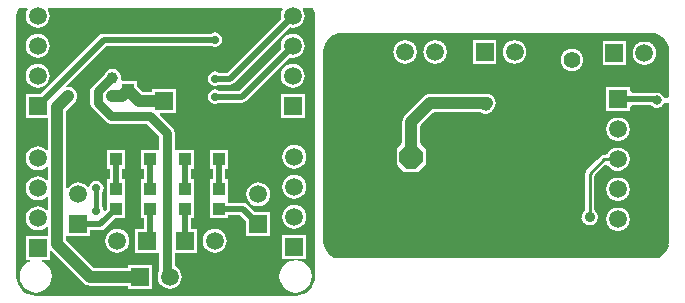
<source format=gbl>
G04 Layer_Physical_Order=2*
G04 Layer_Color=16711680*
%FSLAX25Y25*%
%MOIN*%
G70*
G01*
G75*
%ADD15C,0.04000*%
%ADD16C,0.03000*%
%ADD17C,0.01000*%
%ADD18C,0.01500*%
%ADD19C,0.02000*%
%ADD20C,0.01969*%
%ADD21C,0.03937*%
%ADD23C,0.05906*%
%ADD24R,0.05906X0.05906*%
%ADD25R,0.05906X0.05906*%
%ADD26C,0.07874*%
%ADD27P,0.08523X8X202.5*%
%ADD28C,0.05512*%
%ADD29C,0.03937*%
%ADD30C,0.02756*%
%ADD31C,0.03543*%
%ADD32C,0.03150*%
%ADD33R,0.03937X0.04331*%
%ADD34R,0.06000X0.06000*%
G36*
X100458Y96961D02*
X100826Y95749D01*
X100945Y94538D01*
X100935Y94488D01*
Y7874D01*
X100945Y7824D01*
X100826Y6613D01*
X100458Y5401D01*
X99861Y4284D01*
X99057Y3305D01*
X98078Y2502D01*
X96961Y1904D01*
X95749Y1537D01*
X94538Y1417D01*
X94488Y1427D01*
X7874D01*
X7824Y1417D01*
X6613Y1537D01*
X5401Y1904D01*
X4284Y2502D01*
X3305Y3305D01*
X2502Y4284D01*
X1904Y5401D01*
X1537Y6613D01*
X1417Y7824D01*
X1427Y7874D01*
Y94488D01*
X1417Y94538D01*
X1537Y95749D01*
X1904Y96961D01*
X2161Y97441D01*
X5063D01*
X5285Y96992D01*
X5122Y96781D01*
X4724Y95819D01*
X4588Y94788D01*
X4724Y93756D01*
X5122Y92794D01*
X5756Y91969D01*
X6582Y91335D01*
X7543Y90937D01*
X8575Y90801D01*
X9607Y90937D01*
X10568Y91335D01*
X11394Y91969D01*
X12028Y92794D01*
X12426Y93756D01*
X12562Y94788D01*
X12426Y95819D01*
X12028Y96781D01*
X11866Y96992D01*
X12087Y97441D01*
X90063D01*
X90285Y96992D01*
X90122Y96781D01*
X89724Y95819D01*
X89588Y94788D01*
X89717Y93813D01*
X71730Y75827D01*
X68803D01*
X68503Y76028D01*
X67575Y76212D01*
X66647Y76028D01*
X65861Y75502D01*
X65335Y74715D01*
X65150Y73788D01*
X65335Y72860D01*
X65861Y72073D01*
X66647Y71548D01*
X67575Y71363D01*
X68503Y71548D01*
X68803Y71748D01*
X72575D01*
X73355Y71904D01*
X74017Y72346D01*
X92600Y90929D01*
X93575Y90801D01*
X94607Y90937D01*
X95568Y91335D01*
X96394Y91969D01*
X97028Y92794D01*
X97426Y93756D01*
X97562Y94788D01*
X97426Y95819D01*
X97028Y96781D01*
X96865Y96992D01*
X97087Y97441D01*
X100201D01*
X100458Y96961D01*
D02*
G37*
%LPC*%
G36*
X72044Y50107D02*
X66106D01*
Y43776D01*
X67036D01*
Y40299D01*
X66106D01*
Y34106D01*
X66106Y33969D01*
Y33606D01*
X66106Y33469D01*
Y27276D01*
X72044D01*
Y28402D01*
X76077D01*
X78122Y26357D01*
Y21335D01*
X86028D01*
Y29240D01*
X81006D01*
X78363Y31883D01*
X77702Y32325D01*
X76921Y32480D01*
X72397D01*
X72044Y32834D01*
Y33469D01*
X72044Y33606D01*
Y33969D01*
X72044Y34106D01*
Y40299D01*
X71114D01*
Y43776D01*
X72044D01*
Y50107D01*
D02*
G37*
G36*
X67575Y23775D02*
X66543Y23639D01*
X65582Y23240D01*
X64756Y22607D01*
X64122Y21781D01*
X63724Y20820D01*
X63588Y19788D01*
X63724Y18756D01*
X64122Y17794D01*
X64756Y16969D01*
X65582Y16335D01*
X66543Y15937D01*
X67575Y15801D01*
X68607Y15937D01*
X69568Y16335D01*
X70394Y16969D01*
X71028Y17794D01*
X71426Y18756D01*
X71562Y19788D01*
X71426Y20820D01*
X71028Y21781D01*
X70394Y22607D01*
X69568Y23240D01*
X68607Y23639D01*
X67575Y23775D01*
D02*
G37*
G36*
X82075Y39274D02*
X81043Y39139D01*
X80082Y38740D01*
X79256Y38107D01*
X78622Y37281D01*
X78224Y36320D01*
X78088Y35288D01*
X78224Y34256D01*
X78622Y33294D01*
X79256Y32469D01*
X80082Y31835D01*
X81043Y31437D01*
X82075Y31301D01*
X83107Y31437D01*
X84068Y31835D01*
X84894Y32469D01*
X85528Y33294D01*
X85926Y34256D01*
X86062Y35288D01*
X85926Y36320D01*
X85528Y37281D01*
X84894Y38107D01*
X84068Y38740D01*
X83107Y39139D01*
X82075Y39274D01*
D02*
G37*
G36*
X94075Y31775D02*
X93043Y31639D01*
X92082Y31240D01*
X91256Y30607D01*
X90622Y29781D01*
X90224Y28820D01*
X90088Y27788D01*
X90224Y26756D01*
X90622Y25794D01*
X91256Y24969D01*
X92082Y24335D01*
X93043Y23937D01*
X94075Y23801D01*
X95107Y23937D01*
X96068Y24335D01*
X96894Y24969D01*
X97528Y25794D01*
X97926Y26756D01*
X98062Y27788D01*
X97926Y28820D01*
X97528Y29781D01*
X96894Y30607D01*
X96068Y31240D01*
X95107Y31639D01*
X94075Y31775D01*
D02*
G37*
G36*
X33465Y77010D02*
X32690Y76908D01*
X31967Y76609D01*
X31347Y76133D01*
X30872Y75513D01*
X30853Y75467D01*
X26839Y71454D01*
X26287Y70627D01*
X26093Y69651D01*
Y65729D01*
X26287Y64753D01*
X26839Y63926D01*
X31280Y59485D01*
X32107Y58933D01*
X33083Y58739D01*
X45035D01*
X49089Y54685D01*
Y50588D01*
X49044Y50107D01*
X48589Y50107D01*
X43106D01*
Y43776D01*
X44036D01*
Y40299D01*
X43106D01*
Y34106D01*
X43106Y33969D01*
Y33606D01*
X43106Y33469D01*
Y27276D01*
X44036D01*
Y23740D01*
X41122D01*
Y15835D01*
X49028Y15835D01*
X49089Y15360D01*
Y9701D01*
X48724Y8820D01*
X48588Y7788D01*
X48724Y6756D01*
X49122Y5794D01*
X49756Y4969D01*
X50582Y4335D01*
X51543Y3937D01*
X52575Y3801D01*
X53607Y3937D01*
X54568Y4335D01*
X55394Y4969D01*
X56028Y5794D01*
X56426Y6756D01*
X56562Y7788D01*
X56426Y8820D01*
X56028Y9781D01*
X55394Y10607D01*
X54568Y11240D01*
X54187Y11398D01*
Y15835D01*
X61528D01*
Y23740D01*
X59614D01*
Y27276D01*
X60544D01*
Y33469D01*
X60544Y33606D01*
Y33969D01*
X60544Y34106D01*
Y40299D01*
X59614D01*
Y43776D01*
X60544D01*
Y50107D01*
X54687D01*
X54606Y50107D01*
X54187Y50301D01*
Y55740D01*
X53993Y56716D01*
X53441Y57543D01*
X49158Y61826D01*
X49349Y62288D01*
X54575D01*
Y70288D01*
X46575D01*
Y69314D01*
X43482D01*
X41543Y71252D01*
Y73106D01*
X36812D01*
X36405Y73606D01*
X36459Y74016D01*
X36357Y74791D01*
X36057Y75513D01*
X35582Y76133D01*
X34962Y76609D01*
X34240Y76908D01*
X33465Y77010D01*
D02*
G37*
G36*
X94488Y13251D02*
X93097Y13068D01*
X91800Y12530D01*
X90686Y11676D01*
X89832Y10562D01*
X89295Y9266D01*
X89112Y7874D01*
X89295Y6482D01*
X89832Y5186D01*
X90686Y4072D01*
X91800Y3218D01*
X93097Y2681D01*
X94488Y2497D01*
X95880Y2681D01*
X97176Y3218D01*
X98290Y4072D01*
X99145Y5186D01*
X99682Y6482D01*
X99865Y7874D01*
X99682Y9266D01*
X99145Y10562D01*
X98290Y11676D01*
X97176Y12530D01*
X95880Y13068D01*
X94488Y13251D01*
D02*
G37*
G36*
X35075Y23775D02*
X34043Y23639D01*
X33082Y23240D01*
X32256Y22607D01*
X31622Y21781D01*
X31224Y20820D01*
X31088Y19788D01*
X31224Y18756D01*
X31622Y17794D01*
X32256Y16969D01*
X33082Y16335D01*
X34043Y15937D01*
X35075Y15801D01*
X36107Y15937D01*
X37068Y16335D01*
X37894Y16969D01*
X38528Y17794D01*
X38926Y18756D01*
X39062Y19788D01*
X38926Y20820D01*
X38528Y21781D01*
X37894Y22607D01*
X37068Y23240D01*
X36107Y23639D01*
X35075Y23775D01*
D02*
G37*
G36*
X98028Y21740D02*
X90122D01*
Y13835D01*
X98028D01*
Y21740D01*
D02*
G37*
G36*
X8575Y88775D02*
X7543Y88639D01*
X6582Y88240D01*
X5756Y87607D01*
X5122Y86781D01*
X4724Y85820D01*
X4588Y84788D01*
X4724Y83756D01*
X5122Y82794D01*
X5756Y81968D01*
X6582Y81335D01*
X7543Y80937D01*
X8575Y80801D01*
X9607Y80937D01*
X10568Y81335D01*
X11394Y81968D01*
X12028Y82794D01*
X12426Y83756D01*
X12562Y84788D01*
X12426Y85820D01*
X12028Y86781D01*
X11394Y87607D01*
X10568Y88240D01*
X9607Y88639D01*
X8575Y88775D01*
D02*
G37*
G36*
X93575Y78774D02*
X92543Y78639D01*
X91582Y78240D01*
X90756Y77607D01*
X90122Y76781D01*
X89724Y75819D01*
X89588Y74788D01*
X89724Y73756D01*
X90122Y72794D01*
X90756Y71969D01*
X91582Y71335D01*
X92543Y70937D01*
X93575Y70801D01*
X94607Y70937D01*
X95568Y71335D01*
X96394Y71969D01*
X97028Y72794D01*
X97426Y73756D01*
X97562Y74788D01*
X97426Y75819D01*
X97028Y76781D01*
X96394Y77607D01*
X95568Y78240D01*
X94607Y78639D01*
X93575Y78774D01*
D02*
G37*
G36*
X67575Y89212D02*
X66647Y89028D01*
X66347Y88827D01*
X30575D01*
X29795Y88672D01*
X29133Y88230D01*
X9644Y68740D01*
X4622D01*
Y60835D01*
X12049D01*
Y50075D01*
X11549Y49905D01*
X11394Y50107D01*
X10568Y50740D01*
X9607Y51139D01*
X8575Y51275D01*
X7543Y51139D01*
X6582Y50740D01*
X5756Y50107D01*
X5122Y49281D01*
X4724Y48320D01*
X4588Y47288D01*
X4724Y46256D01*
X5122Y45294D01*
X5756Y44469D01*
X6582Y43835D01*
X7543Y43437D01*
X8575Y43301D01*
X9607Y43437D01*
X10568Y43835D01*
X11394Y44469D01*
X11549Y44670D01*
X12049Y44501D01*
Y40075D01*
X11549Y39905D01*
X11394Y40107D01*
X10568Y40740D01*
X9607Y41139D01*
X8575Y41274D01*
X7543Y41139D01*
X6582Y40740D01*
X5756Y40107D01*
X5122Y39281D01*
X4724Y38320D01*
X4588Y37288D01*
X4724Y36256D01*
X5122Y35294D01*
X5756Y34468D01*
X6582Y33835D01*
X7543Y33437D01*
X8575Y33301D01*
X9607Y33437D01*
X10568Y33835D01*
X11394Y34468D01*
X11549Y34670D01*
X12049Y34501D01*
Y30075D01*
X11549Y29905D01*
X11394Y30107D01*
X10568Y30740D01*
X9607Y31139D01*
X8575Y31275D01*
X7543Y31139D01*
X6582Y30740D01*
X5756Y30107D01*
X5122Y29281D01*
X4724Y28319D01*
X4588Y27288D01*
X4724Y26256D01*
X5122Y25294D01*
X5756Y24468D01*
X6582Y23835D01*
X7543Y23437D01*
X8575Y23301D01*
X9607Y23437D01*
X10568Y23835D01*
X11394Y24468D01*
X11549Y24670D01*
X12049Y24501D01*
Y21240D01*
X4622D01*
Y13335D01*
X5821D01*
X5921Y12835D01*
X5186Y12530D01*
X4072Y11676D01*
X3218Y10562D01*
X2681Y9266D01*
X2497Y7874D01*
X2681Y6482D01*
X3218Y5186D01*
X4072Y4072D01*
X5186Y3218D01*
X6482Y2681D01*
X7874Y2497D01*
X9266Y2681D01*
X10562Y3218D01*
X11676Y4072D01*
X12530Y5186D01*
X13068Y6482D01*
X13251Y7874D01*
X13068Y9266D01*
X12530Y10562D01*
X11676Y11676D01*
X10562Y12530D01*
X9827Y12835D01*
X9927Y13335D01*
X12528D01*
Y16425D01*
X13028Y16556D01*
X23935Y5648D01*
X24562Y5167D01*
X25292Y4865D01*
X26075Y4762D01*
X38622D01*
Y3835D01*
X46528D01*
Y11740D01*
X38622D01*
Y10813D01*
X27328D01*
X18101Y20041D01*
Y20844D01*
X18122Y21335D01*
X26028D01*
Y23248D01*
X29421D01*
X30202Y23404D01*
X30863Y23846D01*
X34293Y27276D01*
X37543D01*
Y33469D01*
X37543Y33606D01*
Y33969D01*
X37543Y34106D01*
Y40299D01*
X36614D01*
Y43776D01*
X37543D01*
Y50107D01*
X31607D01*
Y43776D01*
X32536D01*
Y40299D01*
X31607D01*
Y34106D01*
X31607Y33969D01*
Y33606D01*
X31607Y33469D01*
Y30356D01*
X30954Y29704D01*
X30471Y29929D01*
X30315Y30715D01*
X29859Y31397D01*
Y35678D01*
X30315Y36360D01*
X30500Y37288D01*
X30315Y38215D01*
X29789Y39002D01*
X29003Y39527D01*
X28075Y39712D01*
X27147Y39527D01*
X26361Y39002D01*
X25835Y38215D01*
X25754Y37808D01*
X25219Y37683D01*
X24894Y38107D01*
X24068Y38740D01*
X23107Y39139D01*
X22075Y39274D01*
X21043Y39139D01*
X20082Y38740D01*
X19256Y38107D01*
X18622Y37281D01*
X18601Y37229D01*
X18101Y37329D01*
Y63133D01*
X20840Y65872D01*
X21321Y66499D01*
X21624Y67229D01*
X21727Y68012D01*
X21624Y68795D01*
X21321Y69525D01*
X20840Y70151D01*
X20214Y70632D01*
X19484Y70935D01*
X18701Y71038D01*
X18373Y70995D01*
X18139Y71468D01*
X31420Y84748D01*
X66347D01*
X66647Y84548D01*
X67575Y84363D01*
X68503Y84548D01*
X69289Y85073D01*
X69815Y85860D01*
X69999Y86788D01*
X69815Y87715D01*
X69289Y88502D01*
X68503Y89028D01*
X67575Y89212D01*
D02*
G37*
G36*
X93575Y88775D02*
X92543Y88639D01*
X91582Y88240D01*
X90756Y87607D01*
X90122Y86781D01*
X89724Y85820D01*
X89588Y84788D01*
X89717Y83813D01*
X75730Y69827D01*
X68803D01*
X68503Y70028D01*
X67575Y70212D01*
X66647Y70028D01*
X65861Y69502D01*
X65335Y68715D01*
X65150Y67788D01*
X65335Y66860D01*
X65861Y66073D01*
X66647Y65548D01*
X67575Y65363D01*
X68503Y65548D01*
X68803Y65748D01*
X76575D01*
X77355Y65904D01*
X78017Y66346D01*
X92600Y80929D01*
X93575Y80801D01*
X94607Y80937D01*
X95568Y81335D01*
X96394Y81968D01*
X97028Y82794D01*
X97426Y83756D01*
X97562Y84788D01*
X97426Y85820D01*
X97028Y86781D01*
X96394Y87607D01*
X95568Y88240D01*
X94607Y88639D01*
X93575Y88775D01*
D02*
G37*
G36*
X94075Y51775D02*
X93043Y51639D01*
X92082Y51240D01*
X91256Y50607D01*
X90622Y49781D01*
X90224Y48820D01*
X90088Y47788D01*
X90224Y46756D01*
X90622Y45794D01*
X91256Y44969D01*
X92082Y44335D01*
X93043Y43937D01*
X94075Y43801D01*
X95107Y43937D01*
X96068Y44335D01*
X96894Y44969D01*
X97528Y45794D01*
X97926Y46756D01*
X98062Y47788D01*
X97926Y48820D01*
X97528Y49781D01*
X96894Y50607D01*
X96068Y51240D01*
X95107Y51639D01*
X94075Y51775D01*
D02*
G37*
G36*
Y41774D02*
X93043Y41639D01*
X92082Y41240D01*
X91256Y40607D01*
X90622Y39781D01*
X90224Y38820D01*
X90088Y37788D01*
X90224Y36756D01*
X90622Y35794D01*
X91256Y34969D01*
X92082Y34335D01*
X93043Y33937D01*
X94075Y33801D01*
X95107Y33937D01*
X96068Y34335D01*
X96894Y34969D01*
X97528Y35794D01*
X97926Y36756D01*
X98062Y37788D01*
X97926Y38820D01*
X97528Y39781D01*
X96894Y40607D01*
X96068Y41240D01*
X95107Y41639D01*
X94075Y41774D01*
D02*
G37*
G36*
X8575Y78774D02*
X7543Y78639D01*
X6582Y78240D01*
X5756Y77607D01*
X5122Y76781D01*
X4724Y75819D01*
X4588Y74788D01*
X4724Y73756D01*
X5122Y72794D01*
X5756Y71969D01*
X6582Y71335D01*
X7543Y70937D01*
X8575Y70801D01*
X9607Y70937D01*
X10568Y71335D01*
X11394Y71969D01*
X12028Y72794D01*
X12426Y73756D01*
X12562Y74788D01*
X12426Y75819D01*
X12028Y76781D01*
X11394Y77607D01*
X10568Y78240D01*
X9607Y78639D01*
X8575Y78774D01*
D02*
G37*
G36*
X97528Y68740D02*
X89622D01*
Y60835D01*
X97528D01*
Y68740D01*
D02*
G37*
%LPD*%
D15*
X67941Y80288D02*
X68799Y79429D01*
X50575Y80288D02*
X67941D01*
X15075Y64386D02*
X18701Y68012D01*
X15075Y18788D02*
Y64386D01*
X36744Y68110D02*
X38575Y69941D01*
X33465Y68110D02*
X36744D01*
X42229Y66288D02*
X50575D01*
X38575Y69941D02*
X42229Y66288D01*
X42229Y80288D02*
X50575D01*
X38575Y76634D02*
X42229Y80288D01*
X69075Y53634D02*
X71228D01*
X74075Y50788D01*
X57575Y53634D02*
X69075D01*
X32575Y56788D02*
X34575Y54787D01*
Y53634D02*
Y54787D01*
Y53634D02*
X46075D01*
X15075Y18788D02*
X26075Y7788D01*
X42575D01*
D16*
X33006Y74016D02*
X33465D01*
X28642Y69651D02*
X33006Y74016D01*
X28642Y65729D02*
Y69651D01*
Y65729D02*
X33083Y61288D01*
X51638Y8724D02*
Y55740D01*
Y8724D02*
X52575Y7788D01*
X33083Y61288D02*
X46040D01*
X46540Y60788D01*
X46591D01*
X51638Y55740D01*
D17*
X192520Y27559D02*
Y42126D01*
X197323Y46929D01*
X201969D01*
D18*
X28075Y29788D02*
Y37288D01*
D19*
X30575Y86788D02*
X67575D01*
X8575Y64788D02*
X30575Y86788D01*
X67575Y73788D02*
X72575D01*
X93575Y94788D01*
X67575Y67788D02*
X76575D01*
X93575Y84788D01*
X46075Y37134D02*
Y46941D01*
X57575Y37134D02*
Y46941D01*
X69075Y37134D02*
Y46941D01*
X46075Y20788D02*
Y30441D01*
X45075Y19788D02*
X46075Y20788D01*
X57575Y19788D02*
Y30441D01*
X69075D02*
X76921D01*
X82075Y25288D01*
X22075D02*
X29421D01*
X34575Y30441D01*
Y37134D02*
Y46941D01*
D20*
X104742Y19540D02*
G03*
X107428Y14961I5494J145D01*
G01*
X130276Y62244D02*
G03*
X129118Y59449I2795J-2795D01*
G01*
X130276Y62244D02*
G03*
X129118Y59449I2795J-2795D01*
G01*
X155507Y61795D02*
G03*
X161584Y63598I2368J3165D01*
G01*
X139370Y69701D02*
G03*
X136575Y68543I0J-3953D01*
G01*
X139370Y69701D02*
G03*
X136575Y68543I0J-3953D01*
G01*
X109636Y88140D02*
G03*
X104742Y82822I600J-5463D01*
G01*
X135961Y82677D02*
G03*
X135961Y82677I-4937J0D01*
G01*
X109636Y88140D02*
G03*
X110236Y88067I600J2411D01*
G01*
X145961Y82677D02*
G03*
X145961Y82677I-4937J0D01*
G01*
X162221Y65748D02*
G03*
X158268Y69701I-3953J0D01*
G01*
X161584Y63598D02*
G03*
X162221Y65748I-3317J2150D01*
G01*
X172417Y82677D02*
G03*
X172417Y82677I-4937J0D01*
G01*
X190035Y30376D02*
G03*
X196276Y27559I2484J-2817D01*
G01*
D02*
G03*
X195004Y30376I-3756J0D01*
G01*
X190763Y43882D02*
G03*
X190035Y42126I1757J-1756D01*
G01*
X190763Y43883D02*
G03*
X190035Y42126I1757J-1757D01*
G01*
X197323Y49413D02*
G03*
X195566Y48686I0J-2484D01*
G01*
X197323Y49413D02*
G03*
X195566Y48686I0J-2484D01*
G01*
X206906Y26929D02*
G03*
X206906Y26929I-4937J0D01*
G01*
X215407Y14961D02*
G03*
X218093Y19540I-2808J4724D01*
G01*
X206906Y36929D02*
G03*
X206906Y36929I-4937J0D01*
G01*
Y46929D02*
G03*
X197702Y49413I-4937J0D01*
G01*
X197958Y44051D02*
G03*
X206906Y46929I4011J2879D01*
G01*
X191354Y80000D02*
G03*
X191354Y80000I-4740J0D01*
G01*
X206906Y56929D02*
G03*
X206906Y56929I-4937J0D01*
G01*
X212504Y63961D02*
G03*
X218088Y64837I2457J2575D01*
G01*
Y68234D02*
G03*
X213793Y69898I-3128J-1699D01*
G01*
X215724Y82284D02*
G03*
X215724Y82284I-4937J0D01*
G01*
X212598Y88067D02*
G03*
X213198Y88140I0J2484D01*
G01*
X218093Y82822D02*
G03*
X213198Y88140I-5494J-145D01*
G01*
X201969Y66929D02*
X214567D01*
X104746Y44882D02*
X127150D01*
X104746Y48819D02*
X127150D01*
X104746Y45669D02*
X127150D01*
X104746Y46456D02*
X127150D01*
X104746Y43307D02*
X128520D01*
X104746Y41732D02*
X130095D01*
X104746Y42519D02*
X129307D01*
X104746Y48031D02*
X127150D01*
X104746Y44094D02*
X127733D01*
X104746Y47244D02*
X127150D01*
X104746Y50393D02*
X127150D01*
X104746Y49606D02*
X127150D01*
X104746Y52756D02*
X129118D01*
X104746Y51181D02*
X127732D01*
X104746Y51968D02*
X128519D01*
X104746Y55118D02*
X129118D01*
X104746Y53543D02*
X129118D01*
X104746Y54330D02*
X129118D01*
X104746Y57480D02*
X129118D01*
X104746Y55905D02*
X129118D01*
X104746Y56693D02*
X129118D01*
X129921Y14961D02*
Y41906D01*
X130708Y14961D02*
Y41717D01*
X127559Y14961D02*
Y44268D01*
X129134Y14961D02*
Y42693D01*
X128346Y14961D02*
Y43481D01*
X131496Y14961D02*
Y41717D01*
X133071Y14961D02*
Y41717D01*
X132283Y14961D02*
Y41717D01*
X133858Y14961D02*
Y41717D01*
X138582Y14961D02*
Y44267D01*
X137008Y14961D02*
Y42693D01*
X134645Y14961D02*
Y41717D01*
X135433Y14961D02*
Y41717D01*
X127150Y50598D02*
X129118Y52567D01*
X127150Y44677D02*
X130110Y41717D01*
X127150Y44677D02*
Y50598D01*
X130110Y41717D02*
X136031D01*
X137795Y14961D02*
Y43480D01*
X136220Y14961D02*
Y41905D01*
X136031Y41717D02*
X138992Y44677D01*
Y50598D01*
X137024Y52567D02*
X138992Y50598D01*
X107874Y14961D02*
Y87640D01*
X108661Y14961D02*
Y87943D01*
X109449Y14961D02*
Y88117D01*
X111023Y14961D02*
Y88067D01*
X110236Y14961D02*
Y88067D01*
X116535Y14961D02*
Y88067D01*
X118110Y14961D02*
Y88067D01*
X117323Y14961D02*
Y88067D01*
X111811Y14961D02*
Y88067D01*
X115748Y14961D02*
Y88067D01*
X112598Y14961D02*
Y88067D01*
X104746Y19685D02*
Y82677D01*
X105512Y16877D02*
Y85485D01*
X106299Y15850D02*
Y86512D01*
X113386Y14961D02*
Y88067D01*
X107086Y15181D02*
Y87181D01*
X104746Y59842D02*
X129138D01*
X104746Y58267D02*
X129118D01*
X104746Y59055D02*
X129118D01*
X104746Y60630D02*
X129299D01*
X114960Y14961D02*
Y88067D01*
X114173Y14961D02*
Y88067D01*
X123622Y14961D02*
Y88067D01*
X124409Y14961D02*
Y88067D01*
X118897Y14961D02*
Y88067D01*
X122834Y14961D02*
Y88067D01*
X122047Y14961D02*
Y88067D01*
X139370Y14961D02*
Y60158D01*
X140945Y14961D02*
Y61733D01*
X140157Y14961D02*
Y60945D01*
X125197Y14961D02*
Y88067D01*
X126771Y14961D02*
Y80169D01*
X125984Y14961D02*
Y88067D01*
X127559Y51008D02*
Y79160D01*
X128346Y51795D02*
Y78529D01*
X129118Y52567D02*
Y59449D01*
X119685Y14961D02*
Y88067D01*
X121260Y14961D02*
Y88067D01*
X120472Y14961D02*
Y88067D01*
X137024Y52567D02*
Y57811D01*
X138582Y51008D02*
Y59370D01*
X137795Y51796D02*
Y58583D01*
X129134Y59798D02*
Y78116D01*
X104746Y25197D02*
X189600D01*
X104746Y24409D02*
X190474D01*
X104746Y27559D02*
X188764D01*
X104746Y25984D02*
X189110D01*
X104746Y26771D02*
X188847D01*
X104746Y21260D02*
X218088D01*
X104746Y19685D02*
X218088D01*
X104746Y20472D02*
X218088D01*
X104746Y23622D02*
X198303D01*
X104746Y22047D02*
X201234D01*
X104746Y22834D02*
X199210D01*
X104746Y29134D02*
X189110D01*
X104746Y28346D02*
X188847D01*
X104746Y31496D02*
X190035D01*
X104746Y29921D02*
X189599D01*
X104746Y30708D02*
X190035D01*
X104746Y33858D02*
X190035D01*
X104746Y32283D02*
X190035D01*
X104746Y33071D02*
X190035D01*
X104746Y39370D02*
X190035D01*
X104746Y34645D02*
X190035D01*
X104746Y38582D02*
X190035D01*
X104746Y36220D02*
X190035D01*
X104746Y35433D02*
X190035D01*
X104746Y40157D02*
X190035D01*
X104746Y37008D02*
X190035D01*
X104746Y37795D02*
X190035D01*
X105732Y16535D02*
X217102D01*
X107428Y14961D02*
X215407D01*
X106402Y15748D02*
X216433D01*
X104797Y18897D02*
X218038D01*
X105274Y17323D02*
X217561D01*
X104971Y18110D02*
X217864D01*
X104746Y40945D02*
X190035D01*
X136047Y41732D02*
X190035D01*
X136834Y42519D02*
X190067D01*
X137622Y43307D02*
X190334D01*
X138409Y44094D02*
X190975D01*
X138992Y44882D02*
X191762D01*
X138992Y47244D02*
X194124D01*
X138992Y45669D02*
X192550D01*
X138992Y46456D02*
X193337D01*
X138992Y49606D02*
X197820D01*
X138992Y48031D02*
X194912D01*
X138992Y48819D02*
X195710D01*
X144094Y14961D02*
Y61795D01*
X144882Y14961D02*
Y61795D01*
X141732Y14961D02*
Y61795D01*
X143307Y14961D02*
Y61795D01*
X142519Y14961D02*
Y61795D01*
X137622Y51968D02*
X218088D01*
X138992Y50393D02*
X198451D01*
X138410Y51181D02*
X199459D01*
X137024Y52756D02*
X199331D01*
X146456Y14961D02*
Y61795D01*
X145669Y14961D02*
Y61795D01*
X137024Y56693D02*
X197037D01*
X137024Y55905D02*
X197139D01*
X137024Y57480D02*
X197062D01*
X137024Y57811D02*
X141007Y61795D01*
X137479Y58267D02*
X197216D01*
X137024Y55118D02*
X197376D01*
X137024Y53543D02*
X198376D01*
X137024Y54330D02*
X197771D01*
X138267Y59055D02*
X197513D01*
X139054Y59842D02*
X197983D01*
X139842Y60630D02*
X198700D01*
X149606Y14961D02*
Y61795D01*
X150393Y14961D02*
Y61795D01*
X147244Y14961D02*
Y61795D01*
X148819Y14961D02*
Y61795D01*
X148031Y14961D02*
Y61795D01*
X153543Y14961D02*
Y61795D01*
X155118Y14961D02*
Y61795D01*
X154330Y14961D02*
Y61795D01*
X151181Y14961D02*
Y61795D01*
X152756Y14961D02*
Y61795D01*
X151968Y14961D02*
Y61795D01*
X157480Y14961D02*
Y61028D01*
X159055Y14961D02*
Y61188D01*
X158267Y14961D02*
Y61027D01*
X155905Y14961D02*
Y61533D01*
X159842Y14961D02*
Y61533D01*
X156693Y14961D02*
Y61189D01*
X161417Y14961D02*
Y63208D01*
X160630Y14961D02*
Y62127D01*
X162204Y14961D02*
Y65392D01*
X163779Y14961D02*
Y79410D01*
X162992Y14961D02*
Y80621D01*
X104746Y62204D02*
X130237D01*
X104746Y61417D02*
X129643D01*
X104746Y62992D02*
X131024D01*
X129921Y61837D02*
Y77865D01*
X130708Y62676D02*
Y77750D01*
X104746Y65354D02*
X133386D01*
X104746Y63779D02*
X131811D01*
X104746Y64567D02*
X132599D01*
X130276Y62244D02*
X136575Y68543D01*
X131496Y63464D02*
Y77763D01*
X132283Y64251D02*
Y77903D01*
X104746Y78740D02*
X128045D01*
X104746Y77952D02*
X129592D01*
X104746Y81102D02*
X126345D01*
X104746Y79527D02*
X127222D01*
X104746Y80315D02*
X126689D01*
X104746Y67716D02*
X135748D01*
X104746Y66141D02*
X134173D01*
X104746Y66929D02*
X134961D01*
X104746Y68504D02*
X136536D01*
X104746Y69291D02*
X137618D01*
X132456Y77952D02*
X139592D01*
X133071Y65039D02*
Y78184D01*
X133858Y65826D02*
Y78635D01*
X134645Y66613D02*
Y79322D01*
X135433Y67401D02*
Y80456D01*
X137008Y68917D02*
Y79806D01*
X143307Y69701D02*
Y78300D01*
X137795Y69373D02*
Y78942D01*
X138582Y69621D02*
Y78386D01*
X145669Y69701D02*
Y81006D01*
X134002Y78740D02*
X138045D01*
X139370Y69701D02*
Y78025D01*
X134825Y79527D02*
X137222D01*
X135359Y80315D02*
X136689D01*
X135703Y81102D02*
X136345D01*
X140157Y69701D02*
Y77817D01*
X141732Y69701D02*
Y77791D01*
X140945Y69701D02*
Y77741D01*
X142519Y69701D02*
Y77972D01*
X144882Y69701D02*
Y79597D01*
X144094Y69701D02*
Y78811D01*
X104746Y82677D02*
X126087D01*
X104746Y81889D02*
X126150D01*
X104797Y83464D02*
X126150D01*
X104971Y84252D02*
X126344D01*
X105273Y85039D02*
X126688D01*
X105732Y85826D02*
X127222D01*
X106401Y86614D02*
X128044D01*
X126771Y85186D02*
Y88067D01*
X127559Y86194D02*
Y88067D01*
X107427Y87401D02*
X129589D01*
X128346Y86825D02*
Y88067D01*
X129134Y87238D02*
Y88067D01*
X129921Y87489D02*
Y88067D01*
X132458Y87401D02*
X139589D01*
X133858Y86720D02*
Y88067D01*
X133071Y87170D02*
Y88067D01*
X130708Y87604D02*
Y88067D01*
X132283Y87451D02*
Y88067D01*
X131496Y87591D02*
Y88067D01*
X135703Y84252D02*
X136344D01*
X136220Y68188D02*
Y81537D01*
X135359Y85039D02*
X136688D01*
X136220Y83818D02*
Y88067D01*
X135433Y84898D02*
Y88067D01*
X137008Y85549D02*
Y88067D01*
X144882Y85758D02*
Y88067D01*
X145669Y84349D02*
Y88067D01*
X147244Y69701D02*
Y88067D01*
X146456Y69701D02*
Y88067D01*
X134003Y86614D02*
X138044D01*
X134826Y85826D02*
X137222D01*
X139370Y87329D02*
Y88067D01*
X134645Y86032D02*
Y88067D01*
X137795Y86412D02*
Y88067D01*
X138582Y86968D02*
Y88067D01*
X142519Y87382D02*
Y88067D01*
X144094Y86543D02*
Y88067D01*
X143307Y87055D02*
Y88067D01*
X140157Y87537D02*
Y88067D01*
X141732Y87563D02*
Y88067D01*
X140945Y87613D02*
Y88067D01*
X141007Y61795D02*
X155507D01*
X155118Y69701D02*
Y77740D01*
X152756Y69701D02*
Y77740D01*
X154330Y69701D02*
Y77740D01*
X153543Y69701D02*
Y77740D01*
X104746Y70078D02*
X197031D01*
X140629Y61417D02*
X156123D01*
X139370Y69701D02*
X158268D01*
X104746Y70866D02*
X197031D01*
X155905Y69701D02*
Y77740D01*
X104746Y71653D02*
X197031D01*
X104746Y77165D02*
X182815D01*
X152543Y77740D02*
X162417D01*
X142456Y77952D02*
X152543D01*
X144002Y78740D02*
X152543D01*
X144825Y79527D02*
X152543D01*
X104746Y74015D02*
X218088D01*
X104746Y72441D02*
X218088D01*
X104746Y73228D02*
X218088D01*
X104746Y76378D02*
X183557D01*
X104746Y74803D02*
X218088D01*
X104746Y75590D02*
X184876D01*
X161302Y62992D02*
X197031D01*
X161695Y63779D02*
X197031D01*
X162204Y66104D02*
Y77740D01*
X159625Y61417D02*
X199911D01*
X160707Y62204D02*
X197031D01*
X162040Y64567D02*
X197031D01*
X162040Y66929D02*
X197031D01*
X162201Y65354D02*
X197031D01*
X162201Y66141D02*
X197031D01*
X159055Y69622D02*
Y77740D01*
X160630Y68918D02*
Y77740D01*
X159842Y69374D02*
Y77740D01*
X156693Y69701D02*
Y77740D01*
X158267Y69701D02*
Y77740D01*
X157480Y69701D02*
Y77740D01*
X160020Y69291D02*
X197031D01*
X161696Y67716D02*
X197031D01*
X161102Y68504D02*
X197031D01*
X161417Y68137D02*
Y77740D01*
X162417Y77952D02*
X166048D01*
X162417Y78740D02*
X164502D01*
X150393Y69701D02*
Y88067D01*
X151181Y69701D02*
Y88067D01*
X148031Y69701D02*
Y88067D01*
X149606Y69701D02*
Y88067D01*
X148819Y69701D02*
Y88067D01*
X145359Y80315D02*
X152543D01*
X145703Y81102D02*
X152543D01*
X145897Y81889D02*
X152543D01*
X145961Y82677D02*
X152543D01*
X151968Y69701D02*
Y88067D01*
X152543Y77740D02*
Y87614D01*
X145703Y84252D02*
X152543D01*
X145897Y83464D02*
X152543D01*
X144003Y86614D02*
X152543D01*
X145359Y85039D02*
X152543D01*
X144826Y85826D02*
X152543D01*
X142458Y87401D02*
X152543D01*
X152756Y87614D02*
Y88067D01*
X152543Y87614D02*
X162417D01*
X110236Y88067D02*
X212598D01*
X154330Y87614D02*
Y88067D01*
X153543Y87614D02*
Y88067D01*
X162417Y84252D02*
X162801D01*
X162417Y81102D02*
X162801D01*
X162417Y85039D02*
X163145D01*
X162417Y77740D02*
Y87614D01*
X162992Y84733D02*
Y88067D01*
X162417Y85826D02*
X163678D01*
X162417Y79527D02*
X163679D01*
X162417Y80315D02*
X163145D01*
X162417Y86614D02*
X164501D01*
X163779Y85945D02*
Y88067D01*
X157480Y87614D02*
Y88067D01*
X159055Y87614D02*
Y88067D01*
X158267Y87614D02*
Y88067D01*
X155118Y87614D02*
Y88067D01*
X156693Y87614D02*
Y88067D01*
X155905Y87614D02*
Y88067D01*
X162204Y87614D02*
Y88067D01*
X164567Y86663D02*
Y88067D01*
X162417Y87401D02*
X166046D01*
X159842Y87614D02*
Y88067D01*
X161417Y87614D02*
Y88067D01*
X160630Y87614D02*
Y88067D01*
X191338Y14961D02*
Y23994D01*
X192126Y14961D02*
Y23824D01*
X188976Y14961D02*
Y26314D01*
X190551Y14961D02*
Y24361D01*
X189763Y14961D02*
Y25008D01*
X192913Y14961D02*
Y23824D01*
X194488Y14961D02*
Y24360D01*
X193700Y14961D02*
Y23993D01*
X194565Y24409D02*
X197723D01*
X190035Y30376D02*
Y42126D01*
X195004Y30376D02*
Y41097D01*
X190763Y43883D02*
X195566Y48686D01*
X195004Y35433D02*
X197264D01*
X195004Y33858D02*
X198103D01*
X195004Y34645D02*
X197591D01*
X195004Y41097D02*
X197958Y44051D01*
X195004Y39370D02*
X197677D01*
X195004Y40157D02*
X198233D01*
X195275Y14961D02*
Y25007D01*
X196063Y14961D02*
Y26312D01*
Y28806D02*
Y42156D01*
X196850Y14961D02*
Y42943D01*
X196192Y26771D02*
X197034D01*
X195440Y25197D02*
X197345D01*
X198425Y14961D02*
Y23492D01*
X197637Y14961D02*
Y24559D01*
X195929Y25984D02*
X197123D01*
X196276Y27559D02*
X197072D01*
X196192Y28346D02*
X197239D01*
X195004Y37008D02*
X197032D01*
X195004Y36220D02*
X197083D01*
X195004Y37795D02*
X197108D01*
X195275Y30111D02*
Y41368D01*
X195004Y38582D02*
X197317D01*
X195440Y29921D02*
X198041D01*
X195930Y29134D02*
X197551D01*
X198425Y30367D02*
Y33492D01*
X197637Y29299D02*
Y34559D01*
Y39299D02*
Y43730D01*
X198425Y40367D02*
Y43492D01*
X175590Y14961D02*
Y88067D01*
X176378Y14961D02*
Y88067D01*
X173228Y14961D02*
Y88067D01*
X174803Y14961D02*
Y88067D01*
X174015Y14961D02*
Y88067D01*
X179527Y14961D02*
Y88067D01*
X181102Y14961D02*
Y88067D01*
X180315Y14961D02*
Y88067D01*
X177165Y14961D02*
Y88067D01*
X178740Y14961D02*
Y88067D01*
X177952Y14961D02*
Y88067D01*
X166929Y14961D02*
Y77771D01*
X167716Y14961D02*
Y77746D01*
X164567Y14961D02*
Y78692D01*
X166141Y14961D02*
Y77925D01*
X165354Y14961D02*
Y78221D01*
X168504Y14961D02*
Y77847D01*
X170078Y14961D02*
Y78479D01*
X169291Y14961D02*
Y78084D01*
X170866Y14961D02*
Y79084D01*
X172441Y14961D02*
Y88067D01*
X171653Y14961D02*
Y80039D01*
X184252Y14961D02*
Y75891D01*
X185039Y14961D02*
Y75529D01*
X181889Y14961D02*
Y79618D01*
X183464Y14961D02*
Y76458D01*
X182677Y14961D02*
Y77361D01*
X185826Y14961D02*
Y75326D01*
X187401Y14961D02*
Y75326D01*
X186614Y14961D02*
Y75260D01*
X188189Y14961D02*
Y75529D01*
X188976Y28804D02*
Y75890D01*
X189763Y30110D02*
Y76457D01*
X190551Y43641D02*
Y77359D01*
X191338Y44458D02*
Y79609D01*
X192126Y45245D02*
Y88067D01*
X192913Y46033D02*
Y88067D01*
X193700Y46820D02*
Y88067D01*
X194488Y47607D02*
Y88067D01*
X197637Y49413D02*
Y54559D01*
X195275Y48395D02*
Y88067D01*
X196063Y49070D02*
Y77346D01*
X196850Y49368D02*
Y77346D01*
X200787Y14961D02*
Y22136D01*
X201574Y14961D02*
Y22008D01*
X195004Y30708D02*
X198792D01*
X200000Y14961D02*
Y22402D01*
X199212Y14961D02*
Y22833D01*
X202362Y14961D02*
Y22008D01*
X203149Y14961D02*
Y22135D01*
X202703Y22047D02*
X218088D01*
X204724Y14961D02*
Y22833D01*
X203937Y14961D02*
Y22401D01*
X195004Y32283D02*
X200298D01*
X195004Y31496D02*
X200093D01*
X195004Y33071D02*
X198889D01*
X199212Y31025D02*
Y32833D01*
X200000Y31457D02*
Y32402D01*
X200787Y31723D02*
Y32136D01*
X203844Y31496D02*
X218088D01*
X203149Y31723D02*
Y32135D01*
X203639Y32283D02*
X218088D01*
X204724Y31026D02*
Y32833D01*
X203937Y31457D02*
Y32401D01*
X204727Y22834D02*
X218088D01*
X205511Y14961D02*
Y23491D01*
X205634Y23622D02*
X218088D01*
X206299Y14961D02*
Y24558D01*
X206214Y24409D02*
X218088D01*
X206592Y25197D02*
X218088D01*
X206814Y25984D02*
X218088D01*
X206698Y28346D02*
X218088D01*
X206903Y26771D02*
X218088D01*
X206865Y27559D02*
X218088D01*
X205145Y30708D02*
X218088D01*
X206386Y29134D02*
X218088D01*
X205896Y29921D02*
X218088D01*
X205048Y33071D02*
X218088D01*
X206299Y29300D02*
Y34558D01*
X205511Y30367D02*
Y33491D01*
X205834Y33858D02*
X218088D01*
X206346Y34645D02*
X218088D01*
X206673Y35433D02*
X218088D01*
X206829Y37795D02*
X218088D01*
X206854Y36220D02*
X218088D01*
X206905Y37008D02*
X218088D01*
X195004Y40945D02*
X199096D01*
X203937Y41457D02*
Y42401D01*
X199212Y41025D02*
Y42833D01*
X204724Y41026D02*
Y42833D01*
X200000Y41456D02*
Y42402D01*
X204841Y40945D02*
X218088D01*
X206260Y39370D02*
X218088D01*
X205704Y40157D02*
X218088D01*
X206299Y39300D02*
Y44558D01*
X205511Y40367D02*
Y43491D01*
X195639Y41732D02*
X200826D01*
X203149Y41723D02*
Y42135D01*
X196426Y42519D02*
X199749D01*
X200787Y41723D02*
Y42136D01*
X197214Y43307D02*
X198614D01*
X203111Y41732D02*
X218088D01*
X204188Y42519D02*
X218088D01*
X205323Y43307D02*
X218088D01*
X206010Y44094D02*
X218088D01*
X209448Y14961D02*
Y63961D01*
X210236Y14961D02*
Y63961D01*
X207086Y14961D02*
Y63961D01*
X208661Y14961D02*
Y63961D01*
X207874Y14961D02*
Y63961D01*
X213385Y14961D02*
Y63344D01*
X214960Y14961D02*
Y62976D01*
X214173Y14961D02*
Y63065D01*
X211023Y14961D02*
Y63961D01*
X212598Y14961D02*
Y63874D01*
X211811Y14961D02*
Y63961D01*
X206299Y49300D02*
Y54558D01*
X215748Y15181D02*
Y63064D01*
X206621Y38582D02*
X218088D01*
X216535Y15850D02*
Y63344D01*
X217322Y16876D02*
Y63873D01*
X218088Y19685D02*
Y64837D01*
X206461Y44882D02*
X218088D01*
X206742Y45669D02*
X218088D01*
X206883Y46456D02*
X218088D01*
X206530Y48819D02*
X218088D01*
X206895Y47244D02*
X218088D01*
X206781Y48031D02*
X218088D01*
X168912Y77952D02*
X182339D01*
X197031Y61992D02*
Y71866D01*
X170459Y78740D02*
X182045D01*
X190889Y77952D02*
X195850D01*
X191184Y78740D02*
X195850D01*
X197323Y49413D02*
X197702D01*
X198425Y50367D02*
Y53492D01*
X197637Y59299D02*
Y61992D01*
X195850Y77346D02*
X205724D01*
X198425Y60367D02*
Y61992D01*
X197637Y71866D02*
Y77346D01*
X171282Y79527D02*
X181898D01*
X171815Y80315D02*
X181885D01*
X172159Y81102D02*
X182004D01*
X172354Y81889D02*
X182267D01*
X172417Y82677D02*
X182702D01*
X191225Y81102D02*
X195850D01*
X191331Y79527D02*
X195850D01*
X191344Y80315D02*
X195850D01*
X172354Y83464D02*
X183379D01*
X190962Y81889D02*
X195850D01*
X190526Y82677D02*
X195850D01*
X200000Y51457D02*
Y52402D01*
X200787Y51723D02*
Y52136D01*
X199212Y51025D02*
Y52833D01*
Y61025D02*
Y61992D01*
X200000Y61457D02*
Y61992D01*
X203149Y51723D02*
Y52135D01*
X204724Y51026D02*
Y52833D01*
X203937Y51457D02*
Y52401D01*
X204724Y61026D02*
Y61992D01*
X205511Y50367D02*
Y53491D01*
Y60367D02*
Y61992D01*
X200787Y71866D02*
Y77346D01*
X201574Y71866D02*
Y77346D01*
X198425Y71866D02*
Y77346D01*
X200000Y71866D02*
Y77346D01*
X199212Y71866D02*
Y77346D01*
X202362Y71866D02*
Y77346D01*
X203937Y61457D02*
Y61992D01*
X203149Y71866D02*
Y77346D01*
X203937Y71866D02*
Y77346D01*
X205511Y71866D02*
Y77346D01*
X204724Y71866D02*
Y77346D01*
X172160Y84252D02*
X184518D01*
X184252Y84109D02*
Y88067D01*
X181889Y80382D02*
Y88067D01*
X182677Y82639D02*
Y88067D01*
X183464Y83542D02*
Y88067D01*
X171816Y85039D02*
X195850D01*
X185826Y84674D02*
Y88067D01*
X185039Y84471D02*
Y88067D01*
X187401Y84674D02*
Y88067D01*
X186614Y84740D02*
Y88067D01*
X167716Y87608D02*
Y88067D01*
X168504Y87507D02*
Y88067D01*
X165354Y87133D02*
Y88067D01*
X166141Y87429D02*
Y88067D01*
X166929Y87583D02*
Y88067D01*
X170078Y86875D02*
Y88067D01*
X171282Y85826D02*
X195850D01*
X170460Y86614D02*
X195850D01*
X169291Y87270D02*
Y88067D01*
X171653Y85316D02*
Y88067D01*
X170866Y86271D02*
Y88067D01*
X190551Y82640D02*
Y88067D01*
X191338Y80391D02*
Y88067D01*
X188189Y84471D02*
Y88067D01*
X189763Y83543D02*
Y88067D01*
X188976Y84110D02*
Y88067D01*
X188710Y84252D02*
X195850D01*
X205724Y77346D02*
Y87221D01*
X189850Y83464D02*
X195850D01*
Y77346D02*
Y87221D01*
X196850D02*
Y88067D01*
X196063Y87221D02*
Y88067D01*
X200000Y87221D02*
Y88067D01*
X201574Y87221D02*
Y88067D01*
X200787Y87221D02*
Y88067D01*
X197637Y87221D02*
Y88067D01*
X199212Y87221D02*
Y88067D01*
X198425Y87221D02*
Y88067D01*
X195850Y87221D02*
X205724D01*
X205511D02*
Y88067D01*
X204724Y87221D02*
Y88067D01*
X202362Y87221D02*
Y88067D01*
X203937Y87221D02*
Y88067D01*
X203149Y87221D02*
Y88067D01*
X205486Y50393D02*
X218088D01*
X206117Y49606D02*
X218088D01*
X204478Y51181D02*
X218088D01*
X204606Y52756D02*
X218088D01*
X205561Y53543D02*
X218088D01*
X206166Y54330D02*
X218088D01*
X206561Y55118D02*
X218088D01*
X206798Y55905D02*
X218088D01*
X206900Y56693D02*
X218088D01*
X206875Y57480D02*
X218088D01*
X205955Y59842D02*
X218088D01*
X206424Y59055D02*
X218088D01*
X197031Y71866D02*
X206906D01*
X206299Y59300D02*
Y61992D01*
X197031D02*
X206906D01*
X204026Y61417D02*
X218088D01*
X206721Y58267D02*
X218088D01*
X205237Y60630D02*
X218088D01*
X188353Y75590D02*
X218088D01*
X189672Y76378D02*
X218088D01*
X190413Y77165D02*
X218088D01*
X206906Y63779D02*
X212709D01*
X206906Y62992D02*
X214629D01*
X206906Y69898D02*
X213793D01*
X206906Y61992D02*
Y63961D01*
X212504D01*
X206906Y62204D02*
X218088D01*
X215292Y62992D02*
X218088D01*
X217212Y63779D02*
X218088D01*
X217213Y69291D02*
X218088D01*
X206906Y69898D02*
Y71866D01*
X211023Y69898D02*
Y77352D01*
X210236Y69898D02*
Y77377D01*
X208661Y69898D02*
Y77828D01*
X211811Y69898D02*
Y77454D01*
X209448Y69898D02*
Y77531D01*
X206906Y70078D02*
X214623D01*
X215299D02*
X218088D01*
X206906Y70866D02*
X218088D01*
X206906Y71653D02*
X218088D01*
X212598Y69898D02*
Y77690D01*
X213157Y77952D02*
X218088D01*
X205724Y80315D02*
X206260D01*
X206299Y71866D02*
Y80228D01*
X205724Y84252D02*
X206260D01*
X206299Y84339D02*
Y88067D01*
X205724Y85039D02*
X206691D01*
X205724Y77952D02*
X208418D01*
X207874Y69898D02*
Y78298D01*
X205724Y78740D02*
X207350D01*
X205724Y79527D02*
X206691D01*
X207086Y69898D02*
Y79016D01*
X205724Y86614D02*
X208416D01*
X205724Y85826D02*
X207349D01*
X207086Y85551D02*
Y88067D01*
X207874Y86269D02*
Y88067D01*
X208661Y86739D02*
Y88067D01*
X168915Y87401D02*
X215407D01*
X212598Y86876D02*
Y88067D01*
X211811Y87113D02*
Y88067D01*
X209448Y87035D02*
Y88067D01*
X210236Y87190D02*
Y88067D01*
X211023Y87215D02*
Y88067D01*
X213385Y69898D02*
Y78085D01*
X214173Y70006D02*
Y78690D01*
X214960Y70095D02*
Y79645D01*
X216535Y69727D02*
Y86513D01*
X215748Y70006D02*
Y87182D01*
X214225Y78740D02*
X218088D01*
X214883Y79527D02*
X218088D01*
X215315Y80315D02*
X218088D01*
X215581Y81102D02*
X218088D01*
Y68234D02*
Y82677D01*
X217322Y69198D02*
Y85486D01*
X213158Y86614D02*
X216434D01*
X214960Y84922D02*
Y87640D01*
X214226Y85826D02*
X217103D01*
X214173Y85877D02*
Y87943D01*
X213385Y86482D02*
Y88117D01*
X215581Y83464D02*
X218038D01*
X215709Y81889D02*
X218088D01*
X215709Y82677D02*
X218088D01*
X215315Y84252D02*
X217864D01*
X214884Y85039D02*
X217561D01*
D21*
X133071Y47638D02*
Y59449D01*
X139370Y65748D01*
X158268D01*
D23*
X93575Y94788D02*
D03*
Y84788D02*
D03*
Y74788D02*
D03*
X94075Y47788D02*
D03*
Y37788D02*
D03*
Y27788D02*
D03*
X82075Y35288D02*
D03*
X67575Y19788D02*
D03*
X35075D02*
D03*
X52575Y7788D02*
D03*
X62575D02*
D03*
X8575Y94788D02*
D03*
Y84788D02*
D03*
Y74788D02*
D03*
Y47288D02*
D03*
Y37288D02*
D03*
Y27288D02*
D03*
X22075Y35288D02*
D03*
X201969Y26929D02*
D03*
Y36929D02*
D03*
Y46929D02*
D03*
Y56929D02*
D03*
X167480Y82677D02*
D03*
X141024D02*
D03*
X131024D02*
D03*
X121024D02*
D03*
X210787Y82284D02*
D03*
D24*
X93575Y64788D02*
D03*
X94075Y17788D02*
D03*
X82075Y25288D02*
D03*
X8575Y64788D02*
D03*
Y17288D02*
D03*
X22075Y25288D02*
D03*
X201969Y66929D02*
D03*
D25*
X57575Y19788D02*
D03*
X45075D02*
D03*
X42575Y7788D02*
D03*
X157480Y82677D02*
D03*
X111024D02*
D03*
X200787Y82284D02*
D03*
D26*
X113386Y47638D02*
D03*
D27*
X133071D02*
D03*
D28*
X186614Y20000D02*
D03*
Y80000D02*
D03*
D29*
X68799Y79429D02*
D03*
X18701Y68012D02*
D03*
X33465Y68110D02*
D03*
Y74016D02*
D03*
X74075Y50788D02*
D03*
X32575Y56788D02*
D03*
X68898Y95472D02*
D03*
X157874Y64961D02*
D03*
D30*
X67575Y86788D02*
D03*
Y67788D02*
D03*
Y73788D02*
D03*
X28075Y37288D02*
D03*
Y29788D02*
D03*
D31*
X192520Y27559D02*
D03*
D32*
X214961Y66535D02*
D03*
X140551Y29134D02*
D03*
X164567Y50000D02*
D03*
X164961Y45276D02*
D03*
D33*
X38575Y69941D02*
D03*
Y76634D02*
D03*
X34575Y53634D02*
D03*
Y46941D02*
D03*
X46075Y53634D02*
D03*
Y46941D02*
D03*
X57575Y53634D02*
D03*
Y46941D02*
D03*
X69075Y53634D02*
D03*
Y46941D02*
D03*
X34575Y30441D02*
D03*
Y37134D02*
D03*
X46075Y30441D02*
D03*
Y37134D02*
D03*
X57575Y30441D02*
D03*
Y37134D02*
D03*
X69075Y30441D02*
D03*
Y37134D02*
D03*
D34*
X50575Y80288D02*
D03*
Y66288D02*
D03*
M02*

</source>
